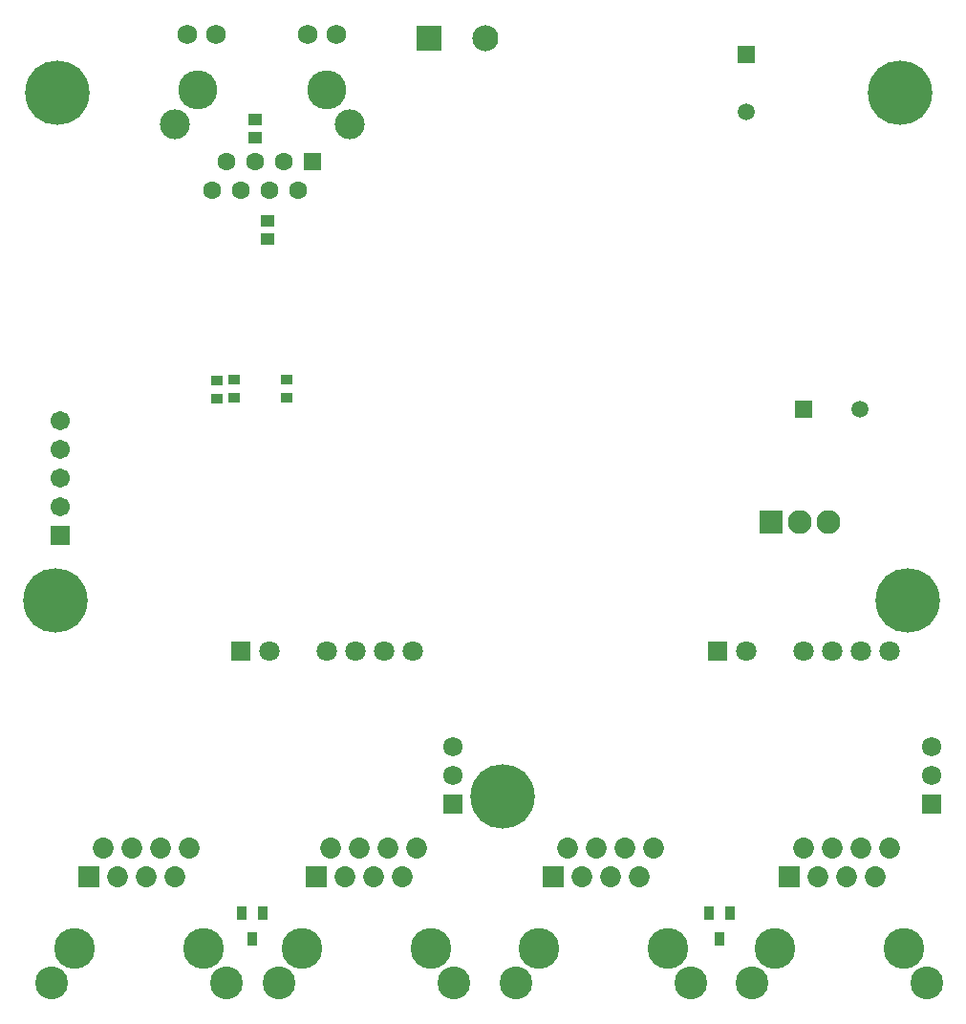
<source format=gbs>
G04*
G04 #@! TF.GenerationSoftware,Altium Limited,Altium Designer,20.0.13 (296)*
G04*
G04 Layer_Color=16711935*
%FSLAX44Y44*%
%MOMM*%
G71*
G01*
G75*
%ADD46R,1.2032X1.0032*%
%ADD48R,1.0200X0.8200*%
%ADD64C,5.7032*%
%ADD65C,2.1082*%
%ADD66R,2.1082X2.1082*%
%ADD67C,2.9032*%
%ADD68C,1.8532*%
%ADD69R,1.8532X1.8532*%
%ADD70C,3.6032*%
%ADD71C,1.7200*%
%ADD72R,1.7200X1.7200*%
%ADD73C,1.5200*%
%ADD74R,1.5200X1.5200*%
%ADD75C,2.3032*%
%ADD76R,2.3032X2.3032*%
%ADD77R,1.6012X1.6012*%
%ADD78C,1.6012*%
%ADD79C,1.7332*%
%ADD80C,2.6482*%
%ADD81C,3.4532*%
%ADD82C,1.7032*%
%ADD83R,1.7032X1.7032*%
%ADD84R,1.5200X1.5200*%
%ADD85R,1.8032X1.8032*%
%ADD86C,1.8032*%
%ADD116R,0.9200X1.2200*%
D46*
X213750Y791000D02*
D03*
Y807000D02*
D03*
X225250Y717250D02*
D03*
Y701250D02*
D03*
D48*
X241750Y576750D02*
D03*
Y560750D02*
D03*
X195500Y576500D02*
D03*
Y560500D02*
D03*
X180500Y576000D02*
D03*
Y560000D02*
D03*
D64*
X433250Y207250D02*
D03*
X37000Y380750D02*
D03*
X792750D02*
D03*
X785750Y830500D02*
D03*
X39250D02*
D03*
D65*
X722250Y450590D02*
D03*
X696850D02*
D03*
D66*
X671450D02*
D03*
D67*
X809250Y42000D02*
D03*
X654250D02*
D03*
X390250D02*
D03*
X235250D02*
D03*
X600250D02*
D03*
X445250D02*
D03*
X189000D02*
D03*
X34000D02*
D03*
D68*
X776200Y161400D02*
D03*
X763500Y136000D02*
D03*
X750800Y161400D02*
D03*
X738100Y136000D02*
D03*
X725400Y161400D02*
D03*
X712700Y136000D02*
D03*
X700000Y161400D02*
D03*
X357200D02*
D03*
X344500Y136000D02*
D03*
X331800Y161400D02*
D03*
X319100Y136000D02*
D03*
X306400Y161400D02*
D03*
X293700Y136000D02*
D03*
X281000Y161400D02*
D03*
X567200D02*
D03*
X554500Y136000D02*
D03*
X541800Y161400D02*
D03*
X529100Y136000D02*
D03*
X516400Y161400D02*
D03*
X503700Y136000D02*
D03*
X491000Y161400D02*
D03*
X155950D02*
D03*
X143250Y136000D02*
D03*
X130550Y161400D02*
D03*
X117850Y136000D02*
D03*
X105150Y161400D02*
D03*
X92450Y136000D02*
D03*
X79750Y161400D02*
D03*
D69*
X687300Y136000D02*
D03*
X268300D02*
D03*
X478300D02*
D03*
X67050D02*
D03*
D70*
X788900Y72500D02*
D03*
X674600D02*
D03*
X369900D02*
D03*
X255600D02*
D03*
X579900D02*
D03*
X465600D02*
D03*
X168650D02*
D03*
X54350D02*
D03*
D71*
X389500Y226000D02*
D03*
Y251400D02*
D03*
X814000Y226000D02*
D03*
Y251400D02*
D03*
D72*
X389500Y200600D02*
D03*
X814000D02*
D03*
D73*
X649750Y814000D02*
D03*
X750000Y550500D02*
D03*
D74*
X649750Y864000D02*
D03*
D75*
X418250Y879000D02*
D03*
D76*
X368250D02*
D03*
D77*
X264650Y769750D02*
D03*
D78*
X251950Y744350D02*
D03*
X239250Y769750D02*
D03*
X226550Y744350D02*
D03*
X213850Y769750D02*
D03*
X201150Y744350D02*
D03*
X188450Y769750D02*
D03*
X175750Y744350D02*
D03*
D79*
X286400Y882250D02*
D03*
X261000D02*
D03*
X153900D02*
D03*
X179300D02*
D03*
D80*
X297600Y802750D02*
D03*
X142700D02*
D03*
D81*
X163000Y833250D02*
D03*
X277300D02*
D03*
D82*
X41250Y539800D02*
D03*
Y514400D02*
D03*
Y489000D02*
D03*
Y463600D02*
D03*
D83*
Y438200D02*
D03*
D84*
X700000Y550500D02*
D03*
D85*
X201300Y335865D02*
D03*
X623550D02*
D03*
D86*
X226700D02*
D03*
X277500D02*
D03*
X302900D02*
D03*
X328300D02*
D03*
X353700D02*
D03*
X648950D02*
D03*
X699750D02*
D03*
X725150D02*
D03*
X750550D02*
D03*
X775950D02*
D03*
D116*
X211750Y81250D02*
D03*
X221250Y103750D02*
D03*
X202250D02*
D03*
X625750Y81250D02*
D03*
X635250Y103750D02*
D03*
X616250D02*
D03*
M02*

</source>
